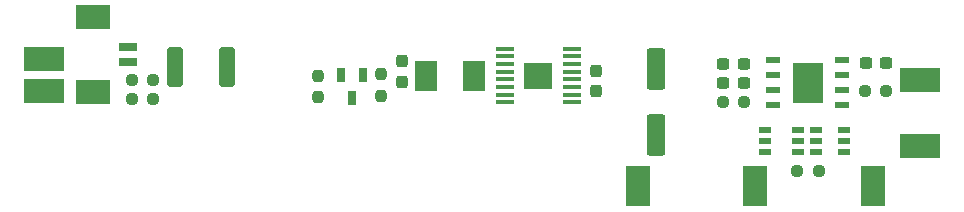
<source format=gbr>
%TF.GenerationSoftware,KiCad,Pcbnew,(6.0.6-0)*%
%TF.CreationDate,2022-10-02T14:33:38+02:00*%
%TF.ProjectId,Battery Extension PCB,42617474-6572-4792-9045-7874656e7369,rev?*%
%TF.SameCoordinates,Original*%
%TF.FileFunction,Soldermask,Top*%
%TF.FilePolarity,Negative*%
%FSLAX46Y46*%
G04 Gerber Fmt 4.6, Leading zero omitted, Abs format (unit mm)*
G04 Created by KiCad (PCBNEW (6.0.6-0)) date 2022-10-02 14:33:38*
%MOMM*%
%LPD*%
G01*
G04 APERTURE LIST*
G04 Aperture macros list*
%AMRoundRect*
0 Rectangle with rounded corners*
0 $1 Rounding radius*
0 $2 $3 $4 $5 $6 $7 $8 $9 X,Y pos of 4 corners*
0 Add a 4 corners polygon primitive as box body*
4,1,4,$2,$3,$4,$5,$6,$7,$8,$9,$2,$3,0*
0 Add four circle primitives for the rounded corners*
1,1,$1+$1,$2,$3*
1,1,$1+$1,$4,$5*
1,1,$1+$1,$6,$7*
1,1,$1+$1,$8,$9*
0 Add four rect primitives between the rounded corners*
20,1,$1+$1,$2,$3,$4,$5,0*
20,1,$1+$1,$4,$5,$6,$7,0*
20,1,$1+$1,$6,$7,$8,$9,0*
20,1,$1+$1,$8,$9,$2,$3,0*%
G04 Aperture macros list end*
%ADD10R,2.000000X3.500000*%
%ADD11R,1.072009X0.532004*%
%ADD12RoundRect,0.237500X-0.300000X-0.237500X0.300000X-0.237500X0.300000X0.237500X-0.300000X0.237500X0*%
%ADD13R,3.000000X2.100000*%
%ADD14R,1.600000X0.800000*%
%ADD15RoundRect,0.237500X-0.250000X-0.237500X0.250000X-0.237500X0.250000X0.237500X-0.250000X0.237500X0*%
%ADD16RoundRect,0.250000X-0.400000X-1.450000X0.400000X-1.450000X0.400000X1.450000X-0.400000X1.450000X0*%
%ADD17R,3.500000X2.000000*%
%ADD18R,1.000000X0.550013*%
%ADD19RoundRect,0.237500X0.237500X-0.300000X0.237500X0.300000X-0.237500X0.300000X-0.237500X-0.300000X0*%
%ADD20R,1.900000X2.500000*%
%ADD21RoundRect,0.237500X-0.237500X0.300000X-0.237500X-0.300000X0.237500X-0.300000X0.237500X0.300000X0*%
%ADD22R,1.200000X0.600000*%
%ADD23R,2.500000X3.499873*%
%ADD24RoundRect,0.237500X0.300000X0.237500X-0.300000X0.237500X-0.300000X-0.237500X0.300000X-0.237500X0*%
%ADD25RoundRect,0.250000X0.550000X-1.500000X0.550000X1.500000X-0.550000X1.500000X-0.550000X-1.500000X0*%
%ADD26R,2.460000X2.310000*%
%ADD27RoundRect,0.100000X-0.687500X-0.100000X0.687500X-0.100000X0.687500X0.100000X-0.687500X0.100000X0*%
%ADD28RoundRect,0.237500X-0.237500X0.250000X-0.237500X-0.250000X0.237500X-0.250000X0.237500X0.250000X0*%
%ADD29RoundRect,0.237500X0.250000X0.237500X-0.250000X0.237500X-0.250000X-0.237500X0.250000X-0.237500X0*%
%ADD30R,0.700000X1.250013*%
%ADD31RoundRect,0.237500X0.237500X-0.250000X0.237500X0.250000X-0.237500X0.250000X-0.237500X-0.250000X0*%
G04 APERTURE END LIST*
D10*
%TO.C,P3*%
X118338600Y-80721200D03*
%TD*%
D11*
%TO.C,U6*%
X133451600Y-75925676D03*
X133451600Y-76875638D03*
X133451600Y-77825600D03*
X135749796Y-77825600D03*
X135749796Y-76875638D03*
X135749796Y-75925676D03*
%TD*%
D12*
%TO.C,C5*%
X125578700Y-70358000D03*
X127303700Y-70358000D03*
%TD*%
D13*
%TO.C,U1*%
X72229676Y-66420994D03*
X72229676Y-72771006D03*
D14*
X75129600Y-68970905D03*
X75129600Y-70221095D03*
%TD*%
D10*
%TO.C,P7*%
X128244600Y-80721200D03*
%TD*%
D15*
%TO.C,R7*%
X137532442Y-72623807D03*
X139357442Y-72623807D03*
%TD*%
D16*
%TO.C,F1*%
X79105800Y-70662800D03*
X83555800Y-70662800D03*
%TD*%
D15*
%TO.C,R2*%
X75492600Y-71729600D03*
X77317600Y-71729600D03*
%TD*%
D17*
%TO.C,P2*%
X68021200Y-72694800D03*
%TD*%
D18*
%TO.C,U3*%
X129085847Y-75938123D03*
X129085847Y-76888085D03*
X129085847Y-77838047D03*
X131885949Y-77838047D03*
X131885949Y-76888085D03*
X131885949Y-75938123D03*
%TD*%
D17*
%TO.C,P13*%
X142240000Y-71729600D03*
%TD*%
D19*
%TO.C,C3*%
X114757200Y-72693700D03*
X114757200Y-70968700D03*
%TD*%
D15*
%TO.C,R5*%
X131812706Y-79391539D03*
X133637706Y-79391539D03*
%TD*%
D20*
%TO.C,U7*%
X100362762Y-71374000D03*
X104462838Y-71374000D03*
%TD*%
D17*
%TO.C,P1*%
X68021200Y-69926200D03*
%TD*%
D21*
%TO.C,C2*%
X98348800Y-70155900D03*
X98348800Y-71880900D03*
%TD*%
D22*
%TO.C,U5*%
X135612848Y-73868411D03*
X135612848Y-72598408D03*
X135612848Y-71328406D03*
X135612848Y-70058403D03*
X129796236Y-70058403D03*
X129796236Y-71328406D03*
X129796236Y-72598408D03*
X129796236Y-73868411D03*
D23*
X132704542Y-71963407D03*
%TD*%
D24*
%TO.C,C1*%
X139343300Y-70256400D03*
X137618300Y-70256400D03*
%TD*%
D25*
%TO.C,C6*%
X119837200Y-76415200D03*
X119837200Y-70815200D03*
%TD*%
D24*
%TO.C,C4*%
X127303700Y-71983600D03*
X125578700Y-71983600D03*
%TD*%
D26*
%TO.C,U4*%
X109906379Y-71342512D03*
D27*
X107043879Y-69067512D03*
X107043879Y-69717512D03*
X107043879Y-70367512D03*
X107043879Y-71017512D03*
X107043879Y-71667512D03*
X107043879Y-72317512D03*
X107043879Y-72967512D03*
X107043879Y-73617512D03*
X112768879Y-73617512D03*
X112768879Y-72967512D03*
X112768879Y-72317512D03*
X112768879Y-71667512D03*
X112768879Y-71017512D03*
X112768879Y-70367512D03*
X112768879Y-69717512D03*
X112768879Y-69067512D03*
%TD*%
D28*
%TO.C,R6*%
X96621600Y-71223500D03*
X96621600Y-73048500D03*
%TD*%
D17*
%TO.C,P12*%
X142240000Y-77343000D03*
%TD*%
D29*
%TO.C,R1*%
X77317600Y-73304400D03*
X75492600Y-73304400D03*
%TD*%
D30*
%TO.C,U8*%
X95082362Y-71288400D03*
X93182438Y-71288400D03*
X94132400Y-73288400D03*
%TD*%
D10*
%TO.C,P11*%
X138252200Y-80721200D03*
%TD*%
D31*
%TO.C,R9*%
X91287600Y-73200900D03*
X91287600Y-71375900D03*
%TD*%
D15*
%TO.C,R8*%
X125528700Y-73558400D03*
X127353700Y-73558400D03*
%TD*%
M02*

</source>
